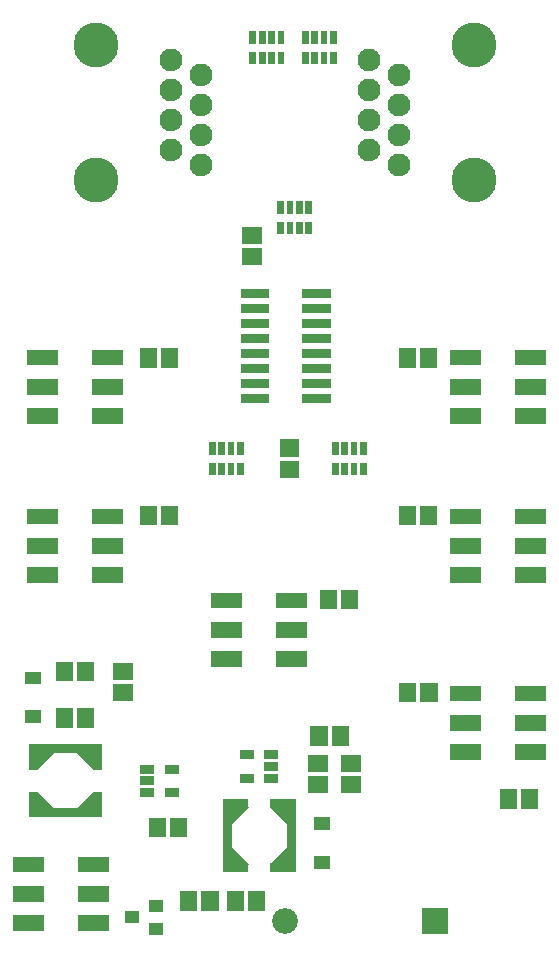
<source format=gbr>
G04 start of page 6 for group -4063 idx -4063 *
G04 Title: (unknown), componentmask *
G04 Creator: pcb 20140316 *
G04 CreationDate: Wed 08 Jun 2016 07:53:43 PM GMT UTC *
G04 For: ndholmes *
G04 Format: Gerber/RS-274X *
G04 PCB-Dimensions (mil): 1900.00 3250.00 *
G04 PCB-Coordinate-Origin: lower left *
%MOIN*%
%FSLAX25Y25*%
%LNTOPMASK*%
%ADD57R,0.0227X0.0227*%
%ADD56R,0.0420X0.0420*%
%ADD55R,0.0400X0.0400*%
%ADD54R,0.0520X0.0520*%
%ADD53R,0.0290X0.0290*%
%ADD52R,0.0572X0.0572*%
%ADD51R,0.0300X0.0300*%
%ADD50C,0.0860*%
%ADD49C,0.0001*%
%ADD48C,0.1500*%
%ADD47C,0.0760*%
G54D47*X133000Y276500D03*
X123000Y281500D03*
X133000Y286500D03*
X123000Y291500D03*
X133000Y296500D03*
X123000Y301500D03*
X133000Y306500D03*
X123000Y311500D03*
G54D48*X158000Y271500D03*
Y316500D03*
G54D49*G36*
X140700Y28800D02*Y20200D01*
X149300D01*
Y28800D01*
X140700D01*
G37*
G54D50*X95000Y24500D03*
G54D47*X67000Y296500D03*
X57000Y291500D03*
X67000Y286500D03*
X57000Y281500D03*
Y311500D03*
X67000Y306500D03*
X57000Y301500D03*
X67000Y276500D03*
G54D48*X32000Y316500D03*
Y271500D03*
G54D51*X81500Y79800D02*X83100D01*
X81500Y72000D02*X83100D01*
X89700Y75900D02*X91300D01*
G54D52*X116607Y77043D02*X117393D01*
X105607Y77000D02*X106393D01*
G54D51*X89700Y72000D02*X91300D01*
G54D52*X169457Y65393D02*Y64607D01*
X176543Y65393D02*Y64607D01*
X116607Y69957D02*X117393D01*
X105607Y69914D02*X106393D01*
G54D53*X91600Y63700D02*X97200D01*
G54D51*X89700Y79800D02*X91300D01*
G54D54*X152600Y80700D02*X157750D01*
X174250D02*X179400D01*
G54D52*X106414Y86393D02*Y85607D01*
X113500Y86393D02*Y85607D01*
X135957Y100893D02*Y100107D01*
X143043Y100893D02*Y100107D01*
G54D54*X152600Y90500D02*X157750D01*
X152600Y100300D02*X157750D01*
X174250Y90500D02*X179400D01*
X174250Y100300D02*X179400D01*
G54D52*X40607Y100457D02*X41393D01*
X40607Y107543D02*X41393D01*
X28543Y107893D02*Y107107D01*
X21457Y107893D02*Y107107D01*
G54D54*X73100Y111700D02*X78250D01*
X94750D02*X99900D01*
X73100Y121500D02*X78250D01*
X94750D02*X99900D01*
X73100Y131300D02*X78250D01*
X94750D02*X99900D01*
G54D52*X109457Y131893D02*Y131107D01*
X116543Y131893D02*Y131107D01*
G54D51*X56575Y67200D02*X58175D01*
X56575Y75000D02*X58175D01*
X48375D02*X49975D01*
X48375Y71100D02*X49975D01*
X48375Y67200D02*X49975D01*
G54D54*X7100Y23700D02*X12250D01*
X7100Y33500D02*X12250D01*
X7100Y43300D02*X12250D01*
X28750Y23700D02*X33900D01*
G54D55*X51887Y21687D02*X52487D01*
X51887Y29487D02*X52487D01*
X43687Y25587D02*X44287D01*
G54D54*X28750Y33500D02*X33900D01*
G54D52*X70043Y31393D02*Y30607D01*
X85543Y31393D02*Y30607D01*
X78457Y31393D02*Y30607D01*
X62957Y31393D02*Y30607D01*
X52457Y55893D02*Y55107D01*
X59543Y55893D02*Y55107D01*
G54D53*X75800Y63700D02*Y42300D01*
G54D49*G36*
X76950Y49469D02*X82969Y43450D01*
X80423Y40904D01*
X74404Y46923D01*
X76950Y49469D01*
G37*
G36*
X74404Y59077D02*X80423Y65096D01*
X82969Y62550D01*
X76950Y56531D01*
X74404Y59077D01*
G37*
G36*
X75150Y45250D02*Y41650D01*
X78750D01*
Y45250D01*
X75150D01*
G37*
G36*
Y64350D02*Y60750D01*
X78750D01*
Y64350D01*
X75150D01*
G37*
G54D53*X75800Y42300D02*X81400D01*
X75800Y63700D02*X81400D01*
X97200D02*Y42300D01*
X91600D02*X97200D01*
G54D49*G36*
X90031Y43450D02*X96050Y49469D01*
X98596Y46923D01*
X92577Y40904D01*
X90031Y43450D01*
G37*
G36*
X92577Y65096D02*X98596Y59077D01*
X96050Y56531D01*
X90031Y62550D01*
X92577Y65096D01*
G37*
G36*
X94250Y45250D02*Y41650D01*
X97850D01*
Y45250D01*
X94250D01*
G37*
G36*
Y64350D02*Y60750D01*
X97850D01*
Y64350D01*
X94250D01*
G37*
G54D56*X106900Y44000D02*X108100D01*
X106900Y56900D02*X108100D01*
G54D54*X28750Y43300D02*X33900D01*
G54D53*X32513Y66087D02*Y60487D01*
G54D49*G36*
X25345Y61637D02*X31363Y67655D01*
X33909Y65110D01*
X27890Y59091D01*
X25345Y61637D01*
G37*
G36*
X29563Y63437D02*Y59837D01*
X33163D01*
Y63437D01*
X29563D01*
G37*
G54D53*X11113Y60487D02*X32513D01*
X11113Y66087D02*Y60487D01*
G54D49*G36*
X12263Y67655D02*X18282Y61637D01*
X15736Y59091D01*
X9718Y65110D01*
X12263Y67655D01*
G37*
G36*
X10463Y63437D02*Y59837D01*
X14063D01*
Y63437D01*
X10463D01*
G37*
G54D53*X11113Y81887D02*X32513D01*
X11113D02*Y76287D01*
G54D49*G36*
X9718Y77264D02*X15736Y83282D01*
X18282Y80737D01*
X12263Y74718D01*
X9718Y77264D01*
G37*
G36*
X10463Y82537D02*Y78937D01*
X14063D01*
Y82537D01*
X10463D01*
G37*
G54D56*X10400Y92500D02*X11600D01*
X10400Y105400D02*X11600D01*
G54D52*X21457Y92393D02*Y91607D01*
X28543Y92393D02*Y91607D01*
G54D53*X32513Y81887D02*Y76287D01*
G54D49*G36*
X27890Y83282D02*X33909Y77264D01*
X31363Y74718D01*
X25345Y80737D01*
X27890Y83282D01*
G37*
G36*
X29563Y82537D02*Y78937D01*
X33163D01*
Y82537D01*
X29563D01*
G37*
G54D57*X103000Y263131D02*Y261261D01*
X99851Y263131D02*Y261261D01*
X96701Y263131D02*Y261261D01*
X93552Y263131D02*Y261261D01*
Y256435D02*Y254565D01*
X96701Y256435D02*Y254565D01*
X99851Y256435D02*Y254565D01*
X103000Y256435D02*Y254565D01*
G54D52*X83607Y245957D02*X84393D01*
X83607Y253043D02*X84393D01*
G54D57*X84276Y313087D02*Y311217D01*
Y319783D02*Y317913D01*
X87425Y313087D02*Y311217D01*
X90575Y313087D02*Y311217D01*
X93724Y313087D02*Y311217D01*
Y319783D02*Y317913D01*
X90575Y319783D02*Y317913D01*
X87425Y319783D02*Y317913D01*
X111224Y319783D02*Y317913D01*
Y313087D02*Y311217D01*
X108075Y319783D02*Y317913D01*
Y313087D02*Y311217D01*
X104925Y319783D02*Y317913D01*
Y313087D02*Y311217D01*
X101776Y319783D02*Y317913D01*
Y313087D02*Y311217D01*
G54D52*X143000Y159893D02*Y159107D01*
G54D54*X152600Y159300D02*X157750D01*
X174250D02*X179400D01*
X152600Y139700D02*X157750D01*
X152600Y149500D02*X157750D01*
X174250Y139700D02*X179400D01*
X174250Y149500D02*X179400D01*
G54D52*X49457Y212393D02*Y211607D01*
G54D54*X33250Y192700D02*X38400D01*
X33250Y202500D02*X38400D01*
X33250Y212300D02*X38400D01*
G54D52*X56543Y212393D02*Y211607D01*
G54D54*X11600Y192700D02*X16750D01*
X11600Y202500D02*X16750D01*
X11600Y212300D02*X16750D01*
G54D52*X96107Y182086D02*X96893D01*
X96107Y175000D02*X96893D01*
G54D57*X111776Y176087D02*Y174217D01*
X114925Y176087D02*Y174217D01*
X118075Y176087D02*Y174217D01*
X121224Y176087D02*Y174217D01*
Y182783D02*Y180913D01*
X118075Y182783D02*Y180913D01*
X114925Y182783D02*Y180913D01*
X111776Y182783D02*Y180913D01*
G54D51*X102250Y198500D02*X108750D01*
X102250Y203500D02*X108750D01*
X102250Y208500D02*X108750D01*
X102250Y213500D02*X108750D01*
X102250Y218500D02*X108750D01*
X102250Y223500D02*X108750D01*
X102250Y228500D02*X108750D01*
X102250Y233500D02*X108750D01*
G54D52*X49457Y159893D02*Y159107D01*
G54D54*X33293Y139700D02*X38443D01*
X33293Y149500D02*X38443D01*
X33293Y159300D02*X38443D01*
G54D52*X56543Y159893D02*Y159107D01*
G54D54*X11643Y139700D02*X16793D01*
X11643Y149500D02*X16793D01*
X11643Y159300D02*X16793D01*
G54D57*X70776Y176087D02*Y174217D01*
X73925Y176087D02*Y174217D01*
X77075Y176087D02*Y174217D01*
X80224Y176087D02*Y174217D01*
Y182783D02*Y180913D01*
X77075Y182783D02*Y180913D01*
X73925Y182783D02*Y180913D01*
X70776Y182783D02*Y180913D01*
G54D51*X81750Y233500D02*X88250D01*
X81750Y228500D02*X88250D01*
X81750Y223500D02*X88250D01*
X81750Y218500D02*X88250D01*
X81750Y213500D02*X88250D01*
X81750Y208500D02*X88250D01*
X81750Y203500D02*X88250D01*
X81750Y198500D02*X88250D01*
G54D52*X135914Y159893D02*Y159107D01*
Y212393D02*Y211607D01*
X143000Y212393D02*Y211607D01*
G54D54*X152600Y192700D02*X157750D01*
X152600Y202500D02*X157750D01*
X152600Y212300D02*X157750D01*
X174250Y192700D02*X179400D01*
X174250Y202500D02*X179400D01*
X174250Y212300D02*X179400D01*
M02*

</source>
